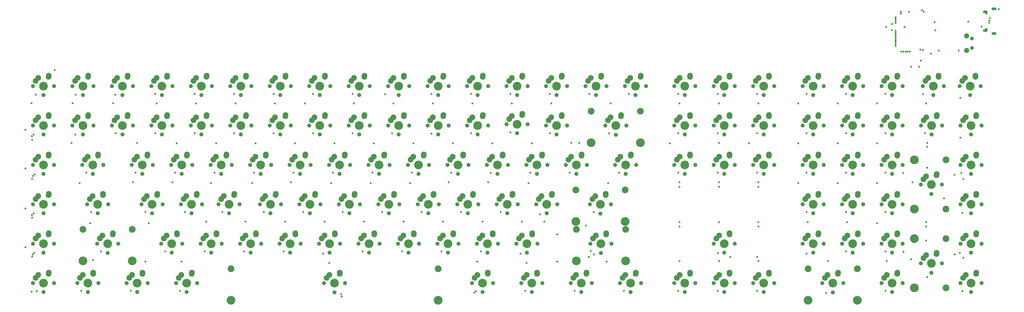
<source format=gbr>
G04 EAGLE Gerber RS-274X export*
G75*
%MOMM*%
%FSLAX34Y34*%
%LPD*%
%INSoldermask Top*%
%IPPOS*%
%AMOC8*
5,1,8,0,0,1.08239X$1,22.5*%
G01*
%ADD10C,4.203200*%
%ADD11C,1.903200*%
%ADD12C,2.743200*%
%ADD13C,3.253200*%
%ADD14P,1.869504X8X292.500000*%
%ADD15C,2.451100*%
%ADD16C,1.303200*%
%ADD17C,1.211200*%
%ADD18C,1.061200*%
%ADD19C,0.959600*%


D10*
X1970200Y869000D03*
D11*
X1919400Y869000D03*
X2021000Y869000D03*
D12*
X1932100Y894400D03*
X1995600Y919800D03*
X1945200Y909000D03*
X1995200Y914000D03*
D11*
X1970200Y825820D03*
D10*
X255700Y869000D03*
D11*
X204900Y869000D03*
X306500Y869000D03*
D12*
X217600Y894400D03*
X281100Y919800D03*
X230700Y909000D03*
X280700Y914000D03*
D11*
X255700Y825820D03*
D10*
X446200Y869000D03*
D11*
X395400Y869000D03*
X497000Y869000D03*
D12*
X408100Y894400D03*
X471600Y919800D03*
X421200Y909000D03*
X471200Y914000D03*
D11*
X446200Y825820D03*
D10*
X636700Y869000D03*
D11*
X585900Y869000D03*
X687500Y869000D03*
D12*
X598600Y894400D03*
X662100Y919800D03*
X611700Y909000D03*
X661700Y914000D03*
D11*
X636700Y825820D03*
D10*
X827200Y869000D03*
D11*
X776400Y869000D03*
X878000Y869000D03*
D12*
X789100Y894400D03*
X852600Y919800D03*
X802200Y909000D03*
X852200Y914000D03*
D11*
X827200Y825820D03*
D10*
X1017700Y869000D03*
D11*
X966900Y869000D03*
X1068500Y869000D03*
D12*
X979600Y894400D03*
X1043100Y919800D03*
X992700Y909000D03*
X1042700Y914000D03*
D11*
X1017700Y825820D03*
D10*
X1208200Y869000D03*
D11*
X1157400Y869000D03*
X1259000Y869000D03*
D12*
X1170100Y894400D03*
X1233600Y919800D03*
X1183200Y909000D03*
X1233200Y914000D03*
D11*
X1208200Y825820D03*
D10*
X1398700Y869000D03*
D11*
X1347900Y869000D03*
X1449500Y869000D03*
D12*
X1360600Y894400D03*
X1424100Y919800D03*
X1373700Y909000D03*
X1423700Y914000D03*
D11*
X1398700Y825820D03*
D10*
X1589200Y869000D03*
D11*
X1538400Y869000D03*
X1640000Y869000D03*
D12*
X1551100Y894400D03*
X1614600Y919800D03*
X1564200Y909000D03*
X1614200Y914000D03*
D11*
X1589200Y825820D03*
D10*
X1779700Y869000D03*
D11*
X1728900Y869000D03*
X1830500Y869000D03*
D12*
X1741600Y894400D03*
X1805100Y919800D03*
X1754700Y909000D03*
X1804700Y914000D03*
D11*
X1779700Y825820D03*
D10*
X398600Y488000D03*
D11*
X347800Y488000D03*
X449400Y488000D03*
D12*
X360500Y513400D03*
X424000Y538800D03*
X373600Y528000D03*
X423600Y533000D03*
D11*
X398600Y444820D03*
D10*
X565300Y107000D03*
D11*
X514500Y107000D03*
X616100Y107000D03*
D12*
X527200Y132400D03*
X590700Y157800D03*
X540300Y147000D03*
X590300Y152000D03*
D11*
X565300Y63820D03*
D10*
X1994000Y107000D03*
D11*
X1943200Y107000D03*
X2044800Y107000D03*
D12*
X1955900Y132400D03*
X2019400Y157800D03*
X1969000Y147000D03*
X2019000Y152000D03*
D11*
X1994000Y63820D03*
D10*
X1255800Y297500D03*
D11*
X1205000Y297500D03*
X1306600Y297500D03*
D12*
X1217700Y322900D03*
X1281200Y348300D03*
X1230800Y337500D03*
X1280800Y342500D03*
D11*
X1255800Y254320D03*
D10*
X2684600Y678500D03*
D11*
X2633800Y678500D03*
X2735400Y678500D03*
D12*
X2646500Y703900D03*
X2710000Y729300D03*
X2659600Y718500D03*
X2709600Y723500D03*
D11*
X2684600Y635320D03*
D10*
X3589500Y1059500D03*
D11*
X3538700Y1059500D03*
X3640300Y1059500D03*
D12*
X3551400Y1084900D03*
X3614900Y1110300D03*
X3564500Y1099500D03*
X3614500Y1104500D03*
D11*
X3589500Y1016320D03*
D10*
X2637000Y869000D03*
D11*
X2586200Y869000D03*
X2687800Y869000D03*
D13*
X2518000Y939000D03*
X2756000Y939000D03*
D10*
X2518000Y786600D03*
X2756000Y786600D03*
D12*
X2598900Y894400D03*
X2662400Y919800D03*
X2612000Y909000D03*
X2662000Y914000D03*
D11*
X2637000Y824550D03*
D10*
X4351500Y107000D03*
D11*
X4300700Y107000D03*
X4402300Y107000D03*
D12*
X4313400Y132400D03*
X4376900Y157800D03*
X4326500Y147000D03*
X4376500Y152000D03*
D11*
X4351500Y63820D03*
D10*
X874800Y297500D03*
D11*
X824000Y297500D03*
X925600Y297500D03*
D12*
X836700Y322900D03*
X900200Y348300D03*
X849800Y337500D03*
X899800Y342500D03*
D11*
X874800Y254320D03*
D10*
X136600Y488000D03*
D11*
X85800Y488000D03*
X187400Y488000D03*
D12*
X98500Y513400D03*
X162000Y538800D03*
X111600Y528000D03*
X161600Y533000D03*
D11*
X136600Y444820D03*
D10*
X1827300Y297500D03*
D11*
X1776500Y297500D03*
X1878100Y297500D03*
D12*
X1789200Y322900D03*
X1852700Y348300D03*
X1802300Y337500D03*
X1852300Y342500D03*
D11*
X1827300Y254320D03*
D10*
X89000Y107000D03*
D11*
X38200Y107000D03*
X139800Y107000D03*
D12*
X50900Y132400D03*
X114400Y157800D03*
X64000Y147000D03*
X114000Y152000D03*
D11*
X89000Y63820D03*
D10*
X2708400Y107000D03*
D11*
X2657600Y107000D03*
X2759200Y107000D03*
D12*
X2670300Y132400D03*
X2733800Y157800D03*
X2683400Y147000D03*
X2733400Y152000D03*
D11*
X2708400Y63820D03*
D10*
X770367Y487998D03*
D11*
X719567Y487998D03*
X821167Y487998D03*
D12*
X732267Y513398D03*
X795767Y538798D03*
X745367Y527998D03*
X795367Y532998D03*
D11*
X770367Y444818D03*
D10*
X2160700Y875000D03*
D11*
X2109900Y875000D03*
X2211500Y875000D03*
D12*
X2122600Y900400D03*
X2186100Y925800D03*
X2135700Y915000D03*
X2185700Y920000D03*
D11*
X2160700Y831820D03*
D10*
X2970300Y678500D03*
D11*
X2919500Y678500D03*
X3021100Y678500D03*
D12*
X2932200Y703900D03*
X2995700Y729300D03*
X2945300Y718500D03*
X2995300Y723500D03*
D11*
X2970300Y635320D03*
D10*
X4351500Y297500D03*
D11*
X4300700Y297500D03*
X4402300Y297500D03*
D12*
X4313400Y322900D03*
X4376900Y348300D03*
X4326500Y337500D03*
X4376500Y342500D03*
D11*
X4351500Y254320D03*
D10*
X3160800Y107000D03*
D11*
X3110000Y107000D03*
X3211600Y107000D03*
D12*
X3122700Y132400D03*
X3186200Y157800D03*
X3135800Y147000D03*
X3185800Y152000D03*
D11*
X3160800Y63820D03*
D10*
X732000Y678500D03*
D11*
X681200Y678500D03*
X782800Y678500D03*
D12*
X693900Y703900D03*
X757400Y729300D03*
X707000Y718500D03*
X757000Y723500D03*
D11*
X732000Y635320D03*
D10*
X3160800Y678500D03*
D11*
X3110000Y678500D03*
X3211600Y678500D03*
D12*
X3122700Y703900D03*
X3186200Y729300D03*
X3135800Y718500D03*
X3185800Y723500D03*
D11*
X3160800Y635320D03*
D10*
X2351200Y869000D03*
D11*
X2300400Y869000D03*
X2402000Y869000D03*
D12*
X2313100Y894400D03*
X2376600Y919800D03*
X2326200Y909000D03*
X2376200Y914000D03*
D11*
X2351200Y825820D03*
D10*
X65200Y1059500D03*
D11*
X14400Y1059500D03*
X116000Y1059500D03*
D12*
X27100Y1084900D03*
X90600Y1110300D03*
X40200Y1099500D03*
X90200Y1104500D03*
D11*
X65200Y1016320D03*
D10*
X970100Y488000D03*
D11*
X919300Y488000D03*
X1020900Y488000D03*
D12*
X932000Y513400D03*
X995500Y538800D03*
X945100Y528000D03*
X995100Y533000D03*
D11*
X970100Y444820D03*
D10*
X255700Y1059500D03*
D11*
X204900Y1059500D03*
X306500Y1059500D03*
D12*
X217600Y1084900D03*
X281100Y1110300D03*
X230700Y1099500D03*
X280700Y1104500D03*
D11*
X255700Y1016320D03*
D10*
X1970200Y1059500D03*
D11*
X1919400Y1059500D03*
X2021000Y1059500D03*
D12*
X1932100Y1084900D03*
X1995600Y1110300D03*
X1945200Y1099500D03*
X1995200Y1104500D03*
D11*
X1970200Y1016320D03*
D10*
X2160700Y1059500D03*
D11*
X2109900Y1059500D03*
X2211500Y1059500D03*
D12*
X2122600Y1084900D03*
X2186100Y1110300D03*
X2135700Y1099500D03*
X2185700Y1104500D03*
D11*
X2160700Y1016320D03*
D10*
X2351200Y1059500D03*
D11*
X2300400Y1059500D03*
X2402000Y1059500D03*
D12*
X2313100Y1084900D03*
X2376600Y1110300D03*
X2326200Y1099500D03*
X2376200Y1104500D03*
D11*
X2351200Y1016320D03*
D10*
X446200Y1059500D03*
D11*
X395400Y1059500D03*
X497000Y1059500D03*
D12*
X408100Y1084900D03*
X471600Y1110300D03*
X421200Y1099500D03*
X471200Y1104500D03*
D11*
X446200Y1016320D03*
D10*
X636700Y1059500D03*
D11*
X585900Y1059500D03*
X687500Y1059500D03*
D12*
X598600Y1084900D03*
X662100Y1110300D03*
X611700Y1099500D03*
X661700Y1104500D03*
D11*
X636700Y1016320D03*
D10*
X827200Y1059500D03*
D11*
X776400Y1059500D03*
X878000Y1059500D03*
D12*
X789100Y1084900D03*
X852600Y1110300D03*
X802200Y1099500D03*
X852200Y1104500D03*
D11*
X827200Y1016320D03*
D10*
X1017700Y1059500D03*
D11*
X966900Y1059500D03*
X1068500Y1059500D03*
D12*
X979600Y1084900D03*
X1043100Y1110300D03*
X992700Y1099500D03*
X1042700Y1104500D03*
D11*
X1017700Y1016320D03*
D10*
X1208200Y1059500D03*
D11*
X1157400Y1059500D03*
X1259000Y1059500D03*
D12*
X1170100Y1084900D03*
X1233600Y1110300D03*
X1183200Y1099500D03*
X1233200Y1104500D03*
D11*
X1208200Y1016320D03*
D10*
X1398700Y1059500D03*
D11*
X1347900Y1059500D03*
X1449500Y1059500D03*
D12*
X1360600Y1084900D03*
X1424100Y1110300D03*
X1373700Y1099500D03*
X1423700Y1104500D03*
D11*
X1398700Y1016320D03*
D10*
X1589200Y1059500D03*
D11*
X1538400Y1059500D03*
X1640000Y1059500D03*
D12*
X1551100Y1084900D03*
X1614600Y1110300D03*
X1564200Y1099500D03*
X1614200Y1104500D03*
D11*
X1589200Y1016320D03*
D10*
X1779700Y1059500D03*
D11*
X1728900Y1059500D03*
X1830500Y1059500D03*
D12*
X1741600Y1084900D03*
X1805100Y1110300D03*
X1754700Y1099500D03*
X1804700Y1104500D03*
D11*
X1779700Y1016320D03*
D10*
X1160600Y488000D03*
D11*
X1109800Y488000D03*
X1211400Y488000D03*
D12*
X1122500Y513400D03*
X1186000Y538800D03*
X1135600Y528000D03*
X1185600Y533000D03*
D11*
X1160600Y444820D03*
D10*
X65200Y869000D03*
D11*
X14400Y869000D03*
X116000Y869000D03*
D12*
X27100Y894400D03*
X90600Y919800D03*
X40200Y909000D03*
X90200Y914000D03*
D11*
X65200Y825820D03*
D10*
X1351100Y488000D03*
D11*
X1300300Y488000D03*
X1401900Y488000D03*
D12*
X1313000Y513400D03*
X1376500Y538800D03*
X1326100Y528000D03*
X1376100Y533000D03*
D11*
X1351100Y444820D03*
D10*
X3160800Y869000D03*
D11*
X3110000Y869000D03*
X3211600Y869000D03*
D12*
X3122700Y894400D03*
X3186200Y919800D03*
X3135800Y909000D03*
X3185800Y914000D03*
D11*
X3160800Y825820D03*
D10*
X1684500Y678500D03*
D11*
X1633700Y678500D03*
X1735300Y678500D03*
D12*
X1646400Y703900D03*
X1709900Y729300D03*
X1659500Y718500D03*
X1709500Y723500D03*
D11*
X1684500Y635320D03*
D10*
X2970300Y869000D03*
D11*
X2919500Y869000D03*
X3021100Y869000D03*
D12*
X2932200Y894400D03*
X2995700Y919800D03*
X2945300Y909000D03*
X2995300Y914000D03*
D11*
X2970300Y825820D03*
D10*
X1541600Y488000D03*
D11*
X1490800Y488000D03*
X1592400Y488000D03*
D12*
X1503500Y513400D03*
X1567000Y538800D03*
X1516600Y528000D03*
X1566600Y533000D03*
D11*
X1541600Y444820D03*
D10*
X1732100Y488000D03*
D11*
X1681300Y488000D03*
X1782900Y488000D03*
D12*
X1694000Y513400D03*
X1757500Y538800D03*
X1707100Y528000D03*
X1757100Y533000D03*
D11*
X1732100Y444820D03*
D10*
X3684700Y107000D03*
D11*
X3633900Y107000D03*
X3735500Y107000D03*
D13*
X3565700Y177000D03*
X3803700Y177000D03*
D10*
X3565700Y24600D03*
X3803700Y24600D03*
D12*
X3646600Y132400D03*
X3710100Y157800D03*
X3659700Y147000D03*
X3709700Y152000D03*
D11*
X3684700Y62550D03*
D10*
X3589500Y297500D03*
D11*
X3538700Y297500D03*
X3640300Y297500D03*
D12*
X3551400Y322900D03*
X3614900Y348300D03*
X3564500Y337500D03*
X3614500Y342500D03*
D11*
X3589500Y254320D03*
D10*
X3780000Y297500D03*
D11*
X3729200Y297500D03*
X3830800Y297500D03*
D12*
X3741900Y322900D03*
X3805400Y348300D03*
X3755000Y337500D03*
X3805000Y342500D03*
D11*
X3780000Y254320D03*
D10*
X3970500Y297500D03*
D11*
X3919700Y297500D03*
X4021300Y297500D03*
D12*
X3932400Y322900D03*
X3995900Y348300D03*
X3945500Y337500D03*
X3995500Y342500D03*
D11*
X3970500Y254320D03*
D10*
X3589500Y488000D03*
D11*
X3538700Y488000D03*
X3640300Y488000D03*
D12*
X3551400Y513400D03*
X3614900Y538800D03*
X3564500Y528000D03*
X3614500Y533000D03*
D11*
X3589500Y444820D03*
D10*
X4351500Y678500D03*
D11*
X4300700Y678500D03*
X4402300Y678500D03*
D12*
X4313400Y703900D03*
X4376900Y729300D03*
X4326500Y718500D03*
X4376500Y723500D03*
D11*
X4351500Y635320D03*
D10*
X3780000Y488000D03*
D11*
X3729200Y488000D03*
X3830800Y488000D03*
D12*
X3741900Y513400D03*
X3805400Y538800D03*
X3755000Y528000D03*
X3805000Y533000D03*
D11*
X3780000Y444820D03*
D10*
X3970500Y488000D03*
D11*
X3919700Y488000D03*
X4021300Y488000D03*
D12*
X3932400Y513400D03*
X3995900Y538800D03*
X3945500Y528000D03*
X3995500Y533000D03*
D11*
X3970500Y444820D03*
D10*
X4351500Y488000D03*
D11*
X4300700Y488000D03*
X4402300Y488000D03*
D12*
X4313400Y513400D03*
X4376900Y538800D03*
X4326500Y528000D03*
X4376500Y533000D03*
D11*
X4351500Y444820D03*
D10*
X3589500Y678500D03*
D11*
X3538700Y678500D03*
X3640300Y678500D03*
D12*
X3551400Y703900D03*
X3614900Y729300D03*
X3564500Y718500D03*
X3614500Y723500D03*
D11*
X3589500Y635320D03*
D10*
X3780000Y678500D03*
D11*
X3729200Y678500D03*
X3830800Y678500D03*
D12*
X3741900Y703900D03*
X3805400Y729300D03*
X3755000Y718500D03*
X3805000Y723500D03*
D11*
X3780000Y635320D03*
D10*
X3970500Y678500D03*
D11*
X3919700Y678500D03*
X4021300Y678500D03*
D12*
X3932400Y703900D03*
X3995900Y729300D03*
X3945500Y718500D03*
X3995500Y723500D03*
D11*
X3970500Y635320D03*
D10*
X3970500Y869000D03*
D11*
X3919700Y869000D03*
X4021300Y869000D03*
D12*
X3932400Y894400D03*
X3995900Y919800D03*
X3945500Y909000D03*
X3995500Y914000D03*
D11*
X3970500Y825820D03*
D10*
X4161000Y869000D03*
D11*
X4110200Y869000D03*
X4211800Y869000D03*
D12*
X4122900Y894400D03*
X4186400Y919800D03*
X4136000Y909000D03*
X4186000Y914000D03*
D11*
X4161000Y825820D03*
D10*
X3970500Y107000D03*
D11*
X3919700Y107000D03*
X4021300Y107000D03*
D12*
X3932400Y132400D03*
X3995900Y157800D03*
X3945500Y147000D03*
X3995500Y152000D03*
D11*
X3970500Y63820D03*
D10*
X3780000Y869000D03*
D11*
X3729200Y869000D03*
X3830800Y869000D03*
D12*
X3741900Y894400D03*
X3805400Y919800D03*
X3755000Y909000D03*
X3805000Y914000D03*
D11*
X3780000Y825820D03*
D10*
X1922600Y488000D03*
D11*
X1871800Y488000D03*
X1973400Y488000D03*
D12*
X1884500Y513400D03*
X1948000Y538800D03*
X1897600Y528000D03*
X1947600Y533000D03*
D11*
X1922600Y444820D03*
D10*
X2256000Y678500D03*
D11*
X2205200Y678500D03*
X2306800Y678500D03*
D12*
X2217900Y703900D03*
X2281400Y729300D03*
X2231000Y718500D03*
X2281000Y723500D03*
D11*
X2256000Y635320D03*
D10*
X2970300Y107000D03*
D11*
X2919500Y107000D03*
X3021100Y107000D03*
D12*
X2932200Y132400D03*
X2995700Y157800D03*
X2945300Y147000D03*
X2995300Y152000D03*
D11*
X2970300Y63820D03*
D10*
X1636800Y297500D03*
D11*
X1586000Y297500D03*
X1687600Y297500D03*
D12*
X1598700Y322900D03*
X1662200Y348300D03*
X1611800Y337500D03*
X1661800Y342500D03*
D11*
X1636800Y254320D03*
D10*
X2470300Y107000D03*
D11*
X2419500Y107000D03*
X2521100Y107000D03*
D12*
X2432200Y132400D03*
X2495700Y157800D03*
X2445300Y147000D03*
X2495300Y152000D03*
D11*
X2470300Y63820D03*
D10*
X1446300Y297500D03*
D11*
X1395500Y297500D03*
X1497100Y297500D03*
D12*
X1408200Y322900D03*
X1471700Y348300D03*
X1421300Y337500D03*
X1471300Y342500D03*
D11*
X1446300Y254320D03*
D10*
X3970500Y1059500D03*
D11*
X3919700Y1059500D03*
X4021300Y1059500D03*
D12*
X3932400Y1084900D03*
X3995900Y1110300D03*
X3945500Y1099500D03*
X3995500Y1104500D03*
D11*
X3970500Y1016320D03*
D10*
X3589500Y869000D03*
D11*
X3538700Y869000D03*
X3640300Y869000D03*
D12*
X3551400Y894400D03*
X3614900Y919800D03*
X3564500Y909000D03*
X3614500Y914000D03*
D11*
X3589500Y825820D03*
D10*
X1875000Y678500D03*
D11*
X1824200Y678500D03*
X1925800Y678500D03*
D12*
X1836900Y703900D03*
X1900400Y729300D03*
X1850000Y718500D03*
X1900000Y723500D03*
D11*
X1875000Y635320D03*
D10*
X2065500Y678500D03*
D11*
X2014700Y678500D03*
X2116300Y678500D03*
D12*
X2027400Y703900D03*
X2090900Y729300D03*
X2040500Y718500D03*
X2090500Y723500D03*
D11*
X2065500Y635320D03*
D10*
X3351300Y1059500D03*
D11*
X3300500Y1059500D03*
X3402100Y1059500D03*
D12*
X3313200Y1084900D03*
X3376700Y1110300D03*
X3326300Y1099500D03*
X3376300Y1104500D03*
D11*
X3351300Y1016320D03*
D10*
X3780000Y1059500D03*
D11*
X3729200Y1059500D03*
X3830800Y1059500D03*
D12*
X3741900Y1084900D03*
X3805400Y1110300D03*
X3755000Y1099500D03*
X3805000Y1104500D03*
D11*
X3780000Y1016320D03*
D10*
X2017800Y297500D03*
D11*
X1967000Y297500D03*
X2068600Y297500D03*
D12*
X1979700Y322900D03*
X2043200Y348300D03*
X1992800Y337500D03*
X2042800Y342500D03*
D11*
X2017800Y254320D03*
D10*
X3351300Y678500D03*
D11*
X3300500Y678500D03*
X3402100Y678500D03*
D12*
X3313200Y703900D03*
X3376700Y729300D03*
X3326300Y718500D03*
X3376300Y723500D03*
D11*
X3351300Y635320D03*
D10*
X3351300Y869000D03*
D11*
X3300500Y869000D03*
X3402100Y869000D03*
D12*
X3313200Y894400D03*
X3376700Y919800D03*
X3326300Y909000D03*
X3376300Y914000D03*
D11*
X3351300Y825820D03*
D10*
X2970300Y1059500D03*
D11*
X2919500Y1059500D03*
X3021100Y1059500D03*
D12*
X2932200Y1084900D03*
X2995700Y1110300D03*
X2945300Y1099500D03*
X2995300Y1104500D03*
D11*
X2970300Y1016320D03*
D10*
X351000Y678500D03*
D11*
X300200Y678500D03*
X401800Y678500D03*
D12*
X312900Y703900D03*
X376400Y729300D03*
X326000Y718500D03*
X376000Y723500D03*
D11*
X351000Y635320D03*
D10*
X2303600Y488000D03*
D11*
X2252800Y488000D03*
X2354400Y488000D03*
D12*
X2265500Y513400D03*
X2329000Y538800D03*
X2278600Y528000D03*
X2328600Y533000D03*
D11*
X2303600Y444820D03*
D10*
X922500Y678500D03*
D11*
X871700Y678500D03*
X973300Y678500D03*
D12*
X884400Y703900D03*
X947900Y729300D03*
X897500Y718500D03*
X947500Y723500D03*
D11*
X922500Y635320D03*
D10*
X2446500Y678500D03*
D11*
X2395700Y678500D03*
X2497300Y678500D03*
D12*
X2408400Y703900D03*
X2471900Y729300D03*
X2421500Y718500D03*
X2471500Y723500D03*
D11*
X2446500Y635320D03*
D10*
X3351300Y107000D03*
D11*
X3300500Y107000D03*
X3402100Y107000D03*
D12*
X3313200Y132400D03*
X3376700Y157800D03*
X3326300Y147000D03*
X3376300Y152000D03*
D11*
X3351300Y63820D03*
D10*
X589100Y488000D03*
D11*
X538300Y488000D03*
X639900Y488000D03*
D12*
X551000Y513400D03*
X614500Y538800D03*
X564100Y528000D03*
X614100Y533000D03*
D11*
X589100Y444820D03*
D10*
X3160800Y1059500D03*
D11*
X3110000Y1059500D03*
X3211600Y1059500D03*
D12*
X3122700Y1084900D03*
X3186200Y1110300D03*
X3135800Y1099500D03*
X3185800Y1104500D03*
D11*
X3160800Y1016320D03*
D10*
X2113100Y488000D03*
D11*
X2062300Y488000D03*
X2163900Y488000D03*
D12*
X2075000Y513400D03*
X2138500Y538800D03*
X2088100Y528000D03*
X2138100Y533000D03*
D11*
X2113100Y444820D03*
D10*
X184300Y297500D03*
D11*
X133500Y297500D03*
X235100Y297500D03*
D13*
X65300Y367500D03*
X303300Y367500D03*
D10*
X65300Y215100D03*
X303300Y215100D03*
D12*
X146200Y322900D03*
X209700Y348300D03*
X159300Y337500D03*
X209300Y342500D03*
D11*
X184300Y253050D03*
D10*
X2565500Y297500D03*
D11*
X2514700Y297500D03*
X2616300Y297500D03*
D13*
X2446500Y367500D03*
X2684500Y367500D03*
D10*
X2446500Y215100D03*
X2684500Y215100D03*
D12*
X2527400Y322900D03*
X2590900Y348300D03*
X2540500Y337500D03*
X2590500Y342500D03*
D11*
X2565500Y253050D03*
D10*
X2208300Y297500D03*
D11*
X2157500Y297500D03*
X2259100Y297500D03*
D12*
X2170200Y322900D03*
X2233700Y348300D03*
X2183300Y337500D03*
X2233300Y342500D03*
D11*
X2208300Y254320D03*
D10*
X1279600Y107000D03*
D11*
X1228800Y107000D03*
X1330400Y107000D03*
D13*
X779600Y177000D03*
X1779600Y177000D03*
D10*
X779600Y24600D03*
X1779600Y24600D03*
D12*
X1241500Y132400D03*
X1305000Y157800D03*
X1254600Y147000D03*
X1304600Y152000D03*
D11*
X1279600Y62550D03*
D10*
X1113000Y678500D03*
D11*
X1062200Y678500D03*
X1163800Y678500D03*
D12*
X1074900Y703900D03*
X1138400Y729300D03*
X1088000Y718500D03*
X1138000Y723500D03*
D11*
X1113000Y635320D03*
D10*
X112800Y678500D03*
D11*
X62000Y678500D03*
X163600Y678500D03*
D12*
X74700Y703900D03*
X138200Y729300D03*
X87800Y718500D03*
X137800Y723500D03*
D11*
X112800Y635320D03*
D10*
X1494000Y678500D03*
D11*
X1443200Y678500D03*
X1544800Y678500D03*
D12*
X1455900Y703900D03*
X1519400Y729300D03*
X1469000Y718500D03*
X1519000Y723500D03*
D11*
X1494000Y635320D03*
D10*
X4351500Y869000D03*
D11*
X4300700Y869000D03*
X4402300Y869000D03*
D12*
X4313400Y894400D03*
X4376900Y919800D03*
X4326500Y909000D03*
X4376500Y914000D03*
D11*
X4351500Y825820D03*
D10*
X3160800Y297500D03*
D11*
X3110000Y297500D03*
X3211600Y297500D03*
D12*
X3122700Y322900D03*
X3186200Y348300D03*
X3135800Y337500D03*
X3185800Y342500D03*
D11*
X3160800Y254320D03*
D10*
X1065300Y297500D03*
D11*
X1014500Y297500D03*
X1116100Y297500D03*
D12*
X1027200Y322900D03*
X1090700Y348300D03*
X1040300Y337500D03*
X1090300Y342500D03*
D11*
X1065300Y254320D03*
D10*
X2541700Y1059500D03*
D11*
X2490900Y1059500D03*
X2592500Y1059500D03*
D12*
X2503600Y1084900D03*
X2567100Y1110300D03*
X2516700Y1099500D03*
X2566700Y1104500D03*
D11*
X2541700Y1016320D03*
D10*
X2732200Y1059500D03*
D11*
X2681400Y1059500D03*
X2783000Y1059500D03*
D12*
X2694100Y1084900D03*
X2757600Y1110300D03*
X2707200Y1099500D03*
X2757200Y1104500D03*
D11*
X2732200Y1016320D03*
D10*
X541500Y678500D03*
D11*
X490700Y678500D03*
X592300Y678500D03*
D12*
X503400Y703900D03*
X566900Y729300D03*
X516500Y718500D03*
X566500Y723500D03*
D11*
X541500Y635320D03*
D10*
X327100Y107000D03*
D11*
X276300Y107000D03*
X377900Y107000D03*
D12*
X289000Y132400D03*
X352500Y157800D03*
X302100Y147000D03*
X352100Y152000D03*
D11*
X327100Y63820D03*
D10*
X2232100Y107000D03*
D11*
X2181300Y107000D03*
X2282900Y107000D03*
D12*
X2194000Y132400D03*
X2257500Y157800D03*
X2207100Y147000D03*
X2257100Y152000D03*
D11*
X2232100Y63820D03*
D10*
X684300Y297500D03*
D11*
X633500Y297500D03*
X735100Y297500D03*
D12*
X646200Y322900D03*
X709700Y348300D03*
X659300Y337500D03*
X709300Y342500D03*
D11*
X684300Y254320D03*
D10*
X1303500Y678500D03*
D11*
X1252700Y678500D03*
X1354300Y678500D03*
D12*
X1265400Y703900D03*
X1328900Y729300D03*
X1278500Y718500D03*
X1328500Y723500D03*
D11*
X1303500Y635320D03*
D10*
X493800Y297500D03*
D11*
X443000Y297500D03*
X544600Y297500D03*
D12*
X455700Y322900D03*
X519200Y348300D03*
X468800Y337500D03*
X518800Y342500D03*
D11*
X493800Y254320D03*
D10*
X4348000Y1059500D03*
D11*
X4297200Y1059500D03*
X4398800Y1059500D03*
D12*
X4309900Y1084900D03*
X4373400Y1110300D03*
X4323000Y1099500D03*
X4373000Y1104500D03*
D11*
X4348000Y1016320D03*
D10*
X4170000Y1059500D03*
D11*
X4119200Y1059500D03*
X4220800Y1059500D03*
D12*
X4131900Y1084900D03*
X4195400Y1110300D03*
X4145000Y1099500D03*
X4195000Y1104500D03*
D11*
X4170000Y1016320D03*
D10*
X-125300Y1059500D03*
D11*
X-176100Y1059500D03*
X-74500Y1059500D03*
D12*
X-163400Y1084900D03*
X-99900Y1110300D03*
X-150300Y1099500D03*
X-100300Y1104500D03*
D11*
X-125300Y1016320D03*
D10*
X-125300Y869000D03*
D11*
X-176100Y869000D03*
X-74500Y869000D03*
D12*
X-163400Y894400D03*
X-99900Y919800D03*
X-150300Y909000D03*
X-100300Y914000D03*
D11*
X-125300Y825820D03*
D10*
X-125300Y678500D03*
D11*
X-176100Y678500D03*
X-74500Y678500D03*
D12*
X-163400Y703900D03*
X-99900Y729300D03*
X-150300Y718500D03*
X-100300Y723500D03*
D11*
X-125300Y635320D03*
D10*
X-125300Y488000D03*
D11*
X-176100Y488000D03*
X-74500Y488000D03*
D12*
X-163400Y513400D03*
X-99900Y538800D03*
X-150300Y528000D03*
X-100300Y533000D03*
D11*
X-125300Y444820D03*
D10*
X-125300Y297500D03*
D11*
X-176100Y297500D03*
X-74500Y297500D03*
D12*
X-163400Y322900D03*
X-99900Y348300D03*
X-150300Y337500D03*
X-100300Y342500D03*
D11*
X-125300Y254320D03*
D10*
X-125300Y107000D03*
D11*
X-176100Y107000D03*
X-74500Y107000D03*
D12*
X-163400Y132400D03*
X-99900Y157800D03*
X-150300Y147000D03*
X-100300Y152000D03*
D11*
X-125300Y63820D03*
D14*
X4355846Y1290066D03*
X4355846Y1244854D03*
D15*
X4330954Y1302512D03*
X4330954Y1232408D03*
D10*
X2562960Y488000D03*
D11*
X2512160Y488000D03*
X2613760Y488000D03*
D13*
X2443960Y558000D03*
X2681960Y558000D03*
D10*
X2443960Y405600D03*
X2681960Y405600D03*
D12*
X2524860Y513400D03*
X2588360Y538800D03*
X2537960Y528000D03*
X2587960Y533000D03*
D11*
X2562960Y443550D03*
D16*
X4457280Y1433840D02*
X4468280Y1433840D01*
X4468280Y1314440D02*
X4457280Y1314440D01*
D17*
X4425620Y1419640D02*
X4415540Y1419640D01*
D18*
X4424830Y1420340D02*
X4424830Y1411760D01*
D17*
X4425620Y1328640D02*
X4415540Y1328640D01*
D18*
X4424830Y1327940D02*
X4424830Y1336520D01*
D10*
X4160520Y584200D03*
D11*
X4109720Y584200D03*
X4211320Y584200D03*
D13*
X4230520Y465200D03*
X4230520Y703200D03*
D10*
X4078120Y465200D03*
X4078120Y703200D03*
D12*
X4122420Y609600D03*
X4185920Y635000D03*
X4135520Y624200D03*
X4185520Y629200D03*
D11*
X4160520Y538480D03*
D10*
X4160520Y203200D03*
D11*
X4109720Y203200D03*
X4211320Y203200D03*
D13*
X4230520Y84200D03*
X4230520Y322200D03*
D10*
X4078120Y84200D03*
X4078120Y322200D03*
D12*
X4122420Y228600D03*
X4185920Y254000D03*
X4135520Y243200D03*
X4185520Y248200D03*
D11*
X4160520Y157480D03*
D19*
X4030980Y1346200D03*
X3942080Y1346200D03*
X4107180Y1236980D03*
X4109720Y1183640D03*
X-71120Y1137920D03*
X30480Y1018540D03*
X220980Y1018540D03*
X-162560Y1018540D03*
X27940Y825500D03*
X-172720Y825500D03*
X-167640Y632460D03*
X-172720Y444500D03*
X-170180Y254000D03*
X4310380Y68580D03*
X4305300Y640080D03*
X4310380Y447040D03*
X4297680Y254000D03*
X-157163Y68263D03*
X57150Y69850D03*
X295275Y69850D03*
X152400Y260350D03*
X104775Y450850D03*
X533400Y69850D03*
X461963Y260350D03*
X80963Y641350D03*
X366713Y450850D03*
X652463Y260350D03*
X319088Y641350D03*
X557213Y450850D03*
X223838Y831850D03*
X842963Y260350D03*
X509588Y641350D03*
X738188Y450850D03*
X414338Y831850D03*
X1033463Y260350D03*
X700088Y641350D03*
X1311275Y53975D03*
X938213Y450850D03*
X604838Y831850D03*
X1223963Y249238D03*
X890588Y641350D03*
X1128713Y450850D03*
X795338Y831850D03*
X1414463Y260350D03*
X1081088Y641350D03*
X1319213Y450850D03*
X985838Y831850D03*
X1604963Y260350D03*
X1271588Y641350D03*
X1509713Y450850D03*
X1176338Y831850D03*
X1462088Y641350D03*
X1700213Y450850D03*
X1366838Y831850D03*
X1652588Y641350D03*
X1557338Y831850D03*
X1747838Y830263D03*
X414338Y1022350D03*
X604838Y1022350D03*
X795338Y1022350D03*
X985838Y1022350D03*
X1176338Y1022350D03*
X1366838Y1022350D03*
X1524000Y1020763D03*
X1962150Y68263D03*
X1795463Y260350D03*
X1985963Y260350D03*
X1890713Y450850D03*
X1843088Y641350D03*
X2033588Y639763D03*
X2200275Y69850D03*
X2176463Y249238D03*
X2081213Y450850D03*
X2271713Y439738D03*
X2438400Y69850D03*
X2676525Y69850D03*
X1938338Y831850D03*
X2506663Y233363D03*
X2224088Y641350D03*
X2530475Y450850D03*
X2938463Y69850D03*
X2414588Y641350D03*
X2319338Y831850D03*
X3128963Y69850D03*
X2652713Y641350D03*
X3319463Y69850D03*
X3130550Y252413D03*
X2605088Y831850D03*
X2938463Y641350D03*
X3652838Y58738D03*
X3128963Y641350D03*
X2938463Y831850D03*
X3557588Y249238D03*
X3128963Y831850D03*
X3319463Y641350D03*
X3938588Y69850D03*
X3748088Y260350D03*
X3557588Y450850D03*
X3319463Y831850D03*
X3748088Y450850D03*
X3938588Y260350D03*
X3557588Y641350D03*
X3938588Y450850D03*
X3748088Y641350D03*
X3557588Y831850D03*
X3748088Y831850D03*
X3938588Y641350D03*
X3938588Y831850D03*
X4129088Y831850D03*
X4300538Y811213D03*
X1747838Y1022350D03*
X2128838Y836613D03*
X1938338Y1022350D03*
X2128838Y1022350D03*
X2319338Y1022350D03*
X2509838Y1022350D03*
X2700338Y1022350D03*
X2938463Y1022350D03*
X3128963Y1022350D03*
X3319463Y1022350D03*
X3557588Y1022350D03*
X3748088Y1022350D03*
X3938588Y1022350D03*
X4119563Y1020763D03*
X4300538Y1003300D03*
X4196080Y1231900D03*
X4292600Y1231900D03*
X4403090Y1347724D03*
X4439666Y1376172D03*
X4051963Y1420114D03*
X4123182Y1420114D03*
X4442460Y1389380D03*
X4119880Y1234440D03*
X4157980Y1216660D03*
X4175760Y1369060D03*
X4179316Y1329944D03*
X-182880Y977900D03*
X-180340Y800100D03*
X-180340Y612140D03*
X-180340Y424180D03*
X-180340Y236220D03*
X-182880Y66040D03*
X4013022Y1419936D03*
X4013200Y1410716D03*
X15240Y976674D03*
X10160Y784860D03*
X114300Y219075D03*
X100013Y396875D03*
X49213Y590550D03*
X3987800Y1392851D03*
X210820Y976674D03*
X306388Y595313D03*
X366713Y211138D03*
X382588Y396875D03*
X327025Y785813D03*
X3987800Y1383763D03*
X541338Y211138D03*
X420688Y976313D03*
X496888Y595313D03*
X517525Y782638D03*
X660400Y404813D03*
X3987800Y1374675D03*
X611188Y976313D03*
X682625Y590550D03*
X849313Y404813D03*
X708025Y782638D03*
X3987491Y1365587D03*
X801688Y976313D03*
X882650Y590550D03*
X1041400Y404813D03*
X898525Y782638D03*
X3970274Y1360678D03*
X1254125Y204788D03*
X992188Y976313D03*
X1068388Y595313D03*
X1089025Y782638D03*
X1231900Y404813D03*
X3970020Y1330960D03*
X1136650Y976313D03*
X1263650Y590550D03*
X1422400Y404813D03*
X1279525Y782638D03*
X3987800Y1327464D03*
X1373188Y976313D03*
X1454150Y590550D03*
X1612900Y404813D03*
X1470025Y782638D03*
X3987800Y1309288D03*
X1968500Y211138D03*
X1754188Y976313D03*
X1830388Y595313D03*
X1851025Y782638D03*
X1993900Y404813D03*
X3987800Y1300200D03*
X2206625Y204788D03*
X1944688Y976313D03*
X2020888Y595313D03*
X2041525Y782638D03*
X2184400Y404813D03*
X3987800Y1291112D03*
X2135188Y976313D03*
X2216150Y590550D03*
X2354263Y211138D03*
X2354263Y342900D03*
X2292350Y404813D03*
X2232025Y782638D03*
X3987800Y1282024D03*
X2325688Y976313D03*
X2422525Y785813D03*
X3987800Y1263848D03*
X2613025Y976313D03*
X2492375Y385763D03*
X2592388Y211138D03*
X2600325Y590550D03*
X2460625Y785813D03*
X3987800Y1254760D03*
X2944813Y214313D03*
X2944813Y381000D03*
X2944813Y401638D03*
X2944813Y573088D03*
X2944813Y595313D03*
X2898775Y782638D03*
X2944813Y976313D03*
X4015740Y1226820D03*
X3135313Y214313D03*
X3135313Y785813D03*
X3135313Y401638D03*
X3135313Y573088D03*
X3135313Y595313D03*
X3135313Y976313D03*
X4025900Y1226820D03*
X3325813Y214313D03*
X3325813Y381000D03*
X3325813Y401638D03*
X3325813Y573088D03*
X3325813Y595313D03*
X3279775Y782638D03*
X3325813Y976313D03*
X4037132Y1226820D03*
X3563938Y401638D03*
X3660775Y214313D03*
X3517900Y590550D03*
X3517900Y782638D03*
X3517900Y976313D03*
X4046220Y1226820D03*
X3754438Y401638D03*
X3708400Y590550D03*
X3708400Y782638D03*
X3708400Y976313D03*
X4056380Y1226820D03*
X3944938Y214313D03*
X3898900Y396875D03*
X3898900Y590550D03*
X3898900Y782638D03*
X3898900Y976313D03*
X4100513Y1154113D03*
X4135438Y312738D03*
X4135438Y381000D03*
X4135438Y401638D03*
X4062413Y1154113D03*
X4135438Y976313D03*
X4140200Y665163D03*
X4140200Y766763D03*
X4140200Y785813D03*
X3987800Y1272936D03*
X-180975Y817563D03*
X-212725Y849313D03*
X4024313Y639763D03*
X4068763Y595313D03*
X4221163Y517525D03*
X4314825Y611188D03*
X-176213Y625475D03*
X-212725Y661988D03*
X-180975Y436563D03*
X-212725Y468313D03*
X2532063Y246063D03*
X2516188Y261938D03*
X3189288Y233363D03*
X3319463Y233363D03*
X-177800Y246063D03*
X-212725Y280988D03*
X4025900Y258763D03*
X4062413Y222250D03*
X4140200Y136525D03*
X4314825Y230188D03*
X1314450Y42863D03*
X1954213Y61913D03*
X4338320Y1371600D03*
X4114800Y1427480D03*
X4439920Y1366520D03*
X4485640Y1432560D03*
X4271963Y631825D03*
X4273550Y246063D03*
X3987800Y1318376D03*
X1563688Y976313D03*
X1644650Y590550D03*
X1803400Y404813D03*
X1660525Y782638D03*
M02*

</source>
